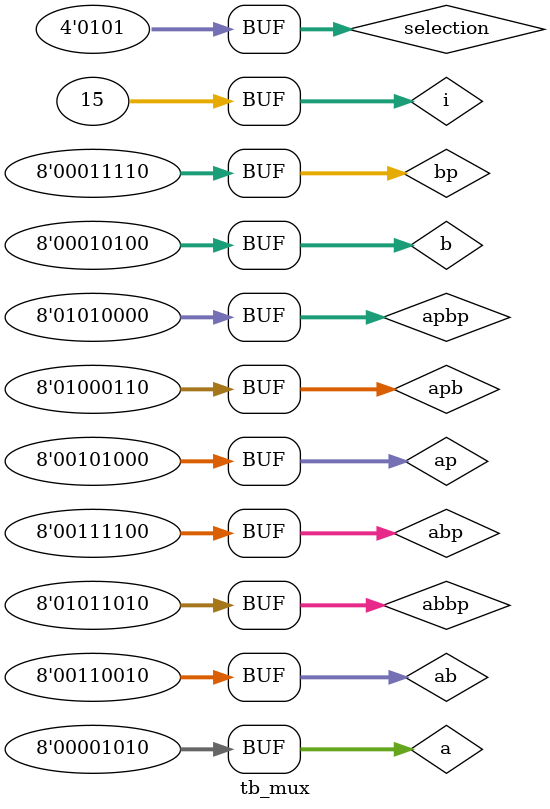
<source format=v>
`timescale 1ns / 1ps


module tb_mux(

    );
    
    reg [7:0] a, b, bp, ap, ab, abp, apb, apbp, abbp;
    reg [3:0] selection;
    integer i;
    wire [7:0] send;
    
    initial
    begin
        a = 8'd10;
        b = 8'd20;
        bp = 8'd30;
        ap = 8'd40; 
        ab = 8'd50; 
        abp = 8'd60; 
        apb = 8'd70; 
        apbp = 8'd80; 
        abbp = 8'd90;
        
        for (i = 0; i < 15; i = i+1)
        begin
            selection = i % 9;
            #100; 
        end
        
    end
    
    out_select_mux tb_check (.a(a), .b(b), .bp(bp), .ap(ap), .ab(ab), .abp(abp), .apb(apb), .apbp(apbp), .abbp(abbp), .send(send), .s(selection));
    
endmodule

</source>
